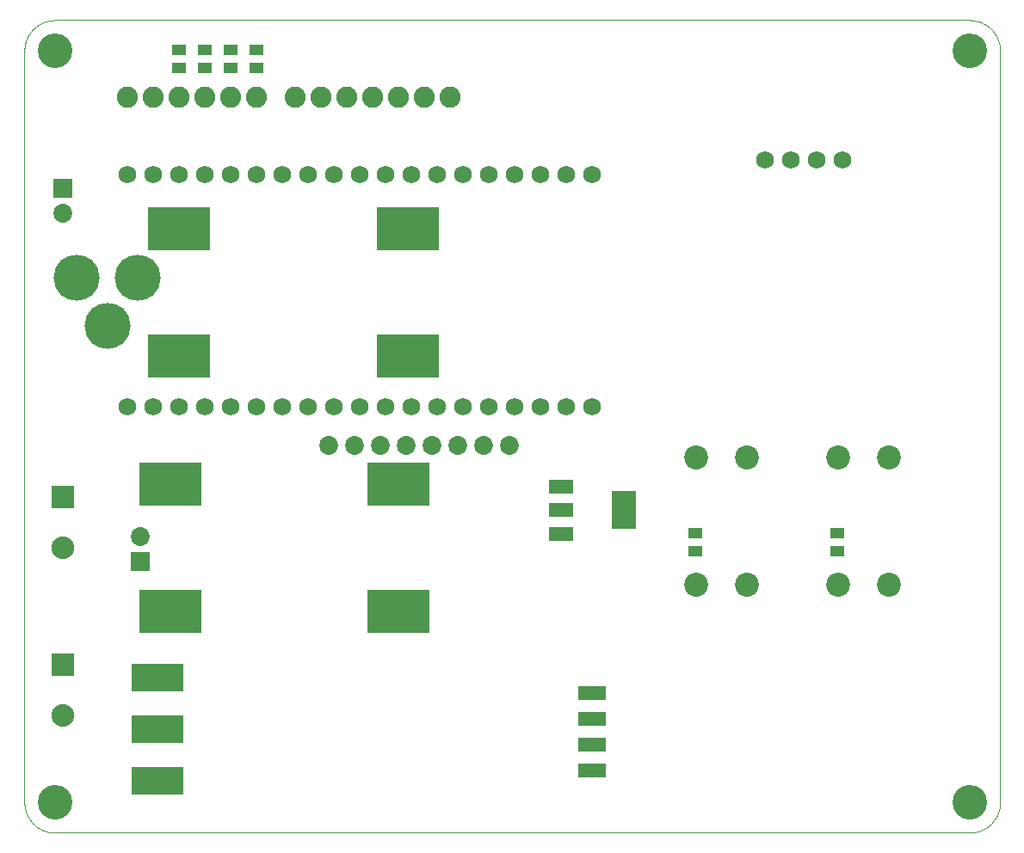
<source format=gbs>
G75*
%MOIN*%
%OFA0B0*%
%FSLAX25Y25*%
%IPPOS*%
%LPD*%
%AMOC8*
5,1,8,0,0,1.08239X$1,22.5*
%
%ADD10C,0.00000*%
%ADD11C,0.13398*%
%ADD12R,0.07300X0.07300*%
%ADD13C,0.07300*%
%ADD14R,0.08800X0.08800*%
%ADD15C,0.08800*%
%ADD16C,0.08200*%
%ADD17R,0.05524X0.03950*%
%ADD18C,0.09300*%
%ADD19C,0.06800*%
%ADD20R,0.24422X0.16548*%
%ADD21R,0.09600X0.05600*%
%ADD22R,0.09461X0.14973*%
%ADD23R,0.10643X0.05800*%
%ADD24R,0.20485X0.10839*%
%ADD25C,0.17800*%
D10*
X0015000Y0012811D02*
X0015000Y0304150D01*
X0020512Y0304150D02*
X0020514Y0304308D01*
X0020520Y0304466D01*
X0020530Y0304624D01*
X0020544Y0304782D01*
X0020562Y0304939D01*
X0020583Y0305096D01*
X0020609Y0305252D01*
X0020639Y0305408D01*
X0020672Y0305563D01*
X0020710Y0305716D01*
X0020751Y0305869D01*
X0020796Y0306021D01*
X0020845Y0306172D01*
X0020898Y0306321D01*
X0020954Y0306469D01*
X0021014Y0306615D01*
X0021078Y0306760D01*
X0021146Y0306903D01*
X0021217Y0307045D01*
X0021291Y0307185D01*
X0021369Y0307322D01*
X0021451Y0307458D01*
X0021535Y0307592D01*
X0021624Y0307723D01*
X0021715Y0307852D01*
X0021810Y0307979D01*
X0021907Y0308104D01*
X0022008Y0308226D01*
X0022112Y0308345D01*
X0022219Y0308462D01*
X0022329Y0308576D01*
X0022442Y0308687D01*
X0022557Y0308796D01*
X0022675Y0308901D01*
X0022796Y0309003D01*
X0022919Y0309103D01*
X0023045Y0309199D01*
X0023173Y0309292D01*
X0023303Y0309382D01*
X0023436Y0309468D01*
X0023571Y0309552D01*
X0023707Y0309631D01*
X0023846Y0309708D01*
X0023987Y0309780D01*
X0024129Y0309850D01*
X0024273Y0309915D01*
X0024419Y0309977D01*
X0024566Y0310035D01*
X0024715Y0310090D01*
X0024865Y0310141D01*
X0025016Y0310188D01*
X0025168Y0310231D01*
X0025321Y0310270D01*
X0025476Y0310306D01*
X0025631Y0310337D01*
X0025787Y0310365D01*
X0025943Y0310389D01*
X0026100Y0310409D01*
X0026258Y0310425D01*
X0026415Y0310437D01*
X0026574Y0310445D01*
X0026732Y0310449D01*
X0026890Y0310449D01*
X0027048Y0310445D01*
X0027207Y0310437D01*
X0027364Y0310425D01*
X0027522Y0310409D01*
X0027679Y0310389D01*
X0027835Y0310365D01*
X0027991Y0310337D01*
X0028146Y0310306D01*
X0028301Y0310270D01*
X0028454Y0310231D01*
X0028606Y0310188D01*
X0028757Y0310141D01*
X0028907Y0310090D01*
X0029056Y0310035D01*
X0029203Y0309977D01*
X0029349Y0309915D01*
X0029493Y0309850D01*
X0029635Y0309780D01*
X0029776Y0309708D01*
X0029915Y0309631D01*
X0030051Y0309552D01*
X0030186Y0309468D01*
X0030319Y0309382D01*
X0030449Y0309292D01*
X0030577Y0309199D01*
X0030703Y0309103D01*
X0030826Y0309003D01*
X0030947Y0308901D01*
X0031065Y0308796D01*
X0031180Y0308687D01*
X0031293Y0308576D01*
X0031403Y0308462D01*
X0031510Y0308345D01*
X0031614Y0308226D01*
X0031715Y0308104D01*
X0031812Y0307979D01*
X0031907Y0307852D01*
X0031998Y0307723D01*
X0032087Y0307592D01*
X0032171Y0307458D01*
X0032253Y0307322D01*
X0032331Y0307185D01*
X0032405Y0307045D01*
X0032476Y0306903D01*
X0032544Y0306760D01*
X0032608Y0306615D01*
X0032668Y0306469D01*
X0032724Y0306321D01*
X0032777Y0306172D01*
X0032826Y0306021D01*
X0032871Y0305869D01*
X0032912Y0305716D01*
X0032950Y0305563D01*
X0032983Y0305408D01*
X0033013Y0305252D01*
X0033039Y0305096D01*
X0033060Y0304939D01*
X0033078Y0304782D01*
X0033092Y0304624D01*
X0033102Y0304466D01*
X0033108Y0304308D01*
X0033110Y0304150D01*
X0033108Y0303992D01*
X0033102Y0303834D01*
X0033092Y0303676D01*
X0033078Y0303518D01*
X0033060Y0303361D01*
X0033039Y0303204D01*
X0033013Y0303048D01*
X0032983Y0302892D01*
X0032950Y0302737D01*
X0032912Y0302584D01*
X0032871Y0302431D01*
X0032826Y0302279D01*
X0032777Y0302128D01*
X0032724Y0301979D01*
X0032668Y0301831D01*
X0032608Y0301685D01*
X0032544Y0301540D01*
X0032476Y0301397D01*
X0032405Y0301255D01*
X0032331Y0301115D01*
X0032253Y0300978D01*
X0032171Y0300842D01*
X0032087Y0300708D01*
X0031998Y0300577D01*
X0031907Y0300448D01*
X0031812Y0300321D01*
X0031715Y0300196D01*
X0031614Y0300074D01*
X0031510Y0299955D01*
X0031403Y0299838D01*
X0031293Y0299724D01*
X0031180Y0299613D01*
X0031065Y0299504D01*
X0030947Y0299399D01*
X0030826Y0299297D01*
X0030703Y0299197D01*
X0030577Y0299101D01*
X0030449Y0299008D01*
X0030319Y0298918D01*
X0030186Y0298832D01*
X0030051Y0298748D01*
X0029915Y0298669D01*
X0029776Y0298592D01*
X0029635Y0298520D01*
X0029493Y0298450D01*
X0029349Y0298385D01*
X0029203Y0298323D01*
X0029056Y0298265D01*
X0028907Y0298210D01*
X0028757Y0298159D01*
X0028606Y0298112D01*
X0028454Y0298069D01*
X0028301Y0298030D01*
X0028146Y0297994D01*
X0027991Y0297963D01*
X0027835Y0297935D01*
X0027679Y0297911D01*
X0027522Y0297891D01*
X0027364Y0297875D01*
X0027207Y0297863D01*
X0027048Y0297855D01*
X0026890Y0297851D01*
X0026732Y0297851D01*
X0026574Y0297855D01*
X0026415Y0297863D01*
X0026258Y0297875D01*
X0026100Y0297891D01*
X0025943Y0297911D01*
X0025787Y0297935D01*
X0025631Y0297963D01*
X0025476Y0297994D01*
X0025321Y0298030D01*
X0025168Y0298069D01*
X0025016Y0298112D01*
X0024865Y0298159D01*
X0024715Y0298210D01*
X0024566Y0298265D01*
X0024419Y0298323D01*
X0024273Y0298385D01*
X0024129Y0298450D01*
X0023987Y0298520D01*
X0023846Y0298592D01*
X0023707Y0298669D01*
X0023571Y0298748D01*
X0023436Y0298832D01*
X0023303Y0298918D01*
X0023173Y0299008D01*
X0023045Y0299101D01*
X0022919Y0299197D01*
X0022796Y0299297D01*
X0022675Y0299399D01*
X0022557Y0299504D01*
X0022442Y0299613D01*
X0022329Y0299724D01*
X0022219Y0299838D01*
X0022112Y0299955D01*
X0022008Y0300074D01*
X0021907Y0300196D01*
X0021810Y0300321D01*
X0021715Y0300448D01*
X0021624Y0300577D01*
X0021535Y0300708D01*
X0021451Y0300842D01*
X0021369Y0300978D01*
X0021291Y0301115D01*
X0021217Y0301255D01*
X0021146Y0301397D01*
X0021078Y0301540D01*
X0021014Y0301685D01*
X0020954Y0301831D01*
X0020898Y0301979D01*
X0020845Y0302128D01*
X0020796Y0302279D01*
X0020751Y0302431D01*
X0020710Y0302584D01*
X0020672Y0302737D01*
X0020639Y0302892D01*
X0020609Y0303048D01*
X0020583Y0303204D01*
X0020562Y0303361D01*
X0020544Y0303518D01*
X0020530Y0303676D01*
X0020520Y0303834D01*
X0020514Y0303992D01*
X0020512Y0304150D01*
X0015000Y0304150D02*
X0015003Y0304435D01*
X0015014Y0304721D01*
X0015031Y0305006D01*
X0015055Y0305290D01*
X0015086Y0305574D01*
X0015124Y0305857D01*
X0015169Y0306138D01*
X0015220Y0306419D01*
X0015278Y0306699D01*
X0015343Y0306977D01*
X0015415Y0307253D01*
X0015493Y0307527D01*
X0015578Y0307800D01*
X0015670Y0308070D01*
X0015768Y0308338D01*
X0015872Y0308604D01*
X0015983Y0308867D01*
X0016100Y0309127D01*
X0016223Y0309385D01*
X0016353Y0309639D01*
X0016489Y0309890D01*
X0016630Y0310138D01*
X0016778Y0310382D01*
X0016931Y0310623D01*
X0017091Y0310859D01*
X0017256Y0311092D01*
X0017426Y0311321D01*
X0017602Y0311546D01*
X0017784Y0311766D01*
X0017970Y0311982D01*
X0018162Y0312193D01*
X0018359Y0312400D01*
X0018561Y0312602D01*
X0018768Y0312799D01*
X0018979Y0312991D01*
X0019195Y0313177D01*
X0019415Y0313359D01*
X0019640Y0313535D01*
X0019869Y0313705D01*
X0020102Y0313870D01*
X0020338Y0314030D01*
X0020579Y0314183D01*
X0020823Y0314331D01*
X0021071Y0314472D01*
X0021322Y0314608D01*
X0021576Y0314738D01*
X0021834Y0314861D01*
X0022094Y0314978D01*
X0022357Y0315089D01*
X0022623Y0315193D01*
X0022891Y0315291D01*
X0023161Y0315383D01*
X0023434Y0315468D01*
X0023708Y0315546D01*
X0023984Y0315618D01*
X0024262Y0315683D01*
X0024542Y0315741D01*
X0024823Y0315792D01*
X0025104Y0315837D01*
X0025387Y0315875D01*
X0025671Y0315906D01*
X0025955Y0315930D01*
X0026240Y0315947D01*
X0026526Y0315958D01*
X0026811Y0315961D01*
X0381142Y0315961D01*
X0374843Y0304150D02*
X0374845Y0304308D01*
X0374851Y0304466D01*
X0374861Y0304624D01*
X0374875Y0304782D01*
X0374893Y0304939D01*
X0374914Y0305096D01*
X0374940Y0305252D01*
X0374970Y0305408D01*
X0375003Y0305563D01*
X0375041Y0305716D01*
X0375082Y0305869D01*
X0375127Y0306021D01*
X0375176Y0306172D01*
X0375229Y0306321D01*
X0375285Y0306469D01*
X0375345Y0306615D01*
X0375409Y0306760D01*
X0375477Y0306903D01*
X0375548Y0307045D01*
X0375622Y0307185D01*
X0375700Y0307322D01*
X0375782Y0307458D01*
X0375866Y0307592D01*
X0375955Y0307723D01*
X0376046Y0307852D01*
X0376141Y0307979D01*
X0376238Y0308104D01*
X0376339Y0308226D01*
X0376443Y0308345D01*
X0376550Y0308462D01*
X0376660Y0308576D01*
X0376773Y0308687D01*
X0376888Y0308796D01*
X0377006Y0308901D01*
X0377127Y0309003D01*
X0377250Y0309103D01*
X0377376Y0309199D01*
X0377504Y0309292D01*
X0377634Y0309382D01*
X0377767Y0309468D01*
X0377902Y0309552D01*
X0378038Y0309631D01*
X0378177Y0309708D01*
X0378318Y0309780D01*
X0378460Y0309850D01*
X0378604Y0309915D01*
X0378750Y0309977D01*
X0378897Y0310035D01*
X0379046Y0310090D01*
X0379196Y0310141D01*
X0379347Y0310188D01*
X0379499Y0310231D01*
X0379652Y0310270D01*
X0379807Y0310306D01*
X0379962Y0310337D01*
X0380118Y0310365D01*
X0380274Y0310389D01*
X0380431Y0310409D01*
X0380589Y0310425D01*
X0380746Y0310437D01*
X0380905Y0310445D01*
X0381063Y0310449D01*
X0381221Y0310449D01*
X0381379Y0310445D01*
X0381538Y0310437D01*
X0381695Y0310425D01*
X0381853Y0310409D01*
X0382010Y0310389D01*
X0382166Y0310365D01*
X0382322Y0310337D01*
X0382477Y0310306D01*
X0382632Y0310270D01*
X0382785Y0310231D01*
X0382937Y0310188D01*
X0383088Y0310141D01*
X0383238Y0310090D01*
X0383387Y0310035D01*
X0383534Y0309977D01*
X0383680Y0309915D01*
X0383824Y0309850D01*
X0383966Y0309780D01*
X0384107Y0309708D01*
X0384246Y0309631D01*
X0384382Y0309552D01*
X0384517Y0309468D01*
X0384650Y0309382D01*
X0384780Y0309292D01*
X0384908Y0309199D01*
X0385034Y0309103D01*
X0385157Y0309003D01*
X0385278Y0308901D01*
X0385396Y0308796D01*
X0385511Y0308687D01*
X0385624Y0308576D01*
X0385734Y0308462D01*
X0385841Y0308345D01*
X0385945Y0308226D01*
X0386046Y0308104D01*
X0386143Y0307979D01*
X0386238Y0307852D01*
X0386329Y0307723D01*
X0386418Y0307592D01*
X0386502Y0307458D01*
X0386584Y0307322D01*
X0386662Y0307185D01*
X0386736Y0307045D01*
X0386807Y0306903D01*
X0386875Y0306760D01*
X0386939Y0306615D01*
X0386999Y0306469D01*
X0387055Y0306321D01*
X0387108Y0306172D01*
X0387157Y0306021D01*
X0387202Y0305869D01*
X0387243Y0305716D01*
X0387281Y0305563D01*
X0387314Y0305408D01*
X0387344Y0305252D01*
X0387370Y0305096D01*
X0387391Y0304939D01*
X0387409Y0304782D01*
X0387423Y0304624D01*
X0387433Y0304466D01*
X0387439Y0304308D01*
X0387441Y0304150D01*
X0387439Y0303992D01*
X0387433Y0303834D01*
X0387423Y0303676D01*
X0387409Y0303518D01*
X0387391Y0303361D01*
X0387370Y0303204D01*
X0387344Y0303048D01*
X0387314Y0302892D01*
X0387281Y0302737D01*
X0387243Y0302584D01*
X0387202Y0302431D01*
X0387157Y0302279D01*
X0387108Y0302128D01*
X0387055Y0301979D01*
X0386999Y0301831D01*
X0386939Y0301685D01*
X0386875Y0301540D01*
X0386807Y0301397D01*
X0386736Y0301255D01*
X0386662Y0301115D01*
X0386584Y0300978D01*
X0386502Y0300842D01*
X0386418Y0300708D01*
X0386329Y0300577D01*
X0386238Y0300448D01*
X0386143Y0300321D01*
X0386046Y0300196D01*
X0385945Y0300074D01*
X0385841Y0299955D01*
X0385734Y0299838D01*
X0385624Y0299724D01*
X0385511Y0299613D01*
X0385396Y0299504D01*
X0385278Y0299399D01*
X0385157Y0299297D01*
X0385034Y0299197D01*
X0384908Y0299101D01*
X0384780Y0299008D01*
X0384650Y0298918D01*
X0384517Y0298832D01*
X0384382Y0298748D01*
X0384246Y0298669D01*
X0384107Y0298592D01*
X0383966Y0298520D01*
X0383824Y0298450D01*
X0383680Y0298385D01*
X0383534Y0298323D01*
X0383387Y0298265D01*
X0383238Y0298210D01*
X0383088Y0298159D01*
X0382937Y0298112D01*
X0382785Y0298069D01*
X0382632Y0298030D01*
X0382477Y0297994D01*
X0382322Y0297963D01*
X0382166Y0297935D01*
X0382010Y0297911D01*
X0381853Y0297891D01*
X0381695Y0297875D01*
X0381538Y0297863D01*
X0381379Y0297855D01*
X0381221Y0297851D01*
X0381063Y0297851D01*
X0380905Y0297855D01*
X0380746Y0297863D01*
X0380589Y0297875D01*
X0380431Y0297891D01*
X0380274Y0297911D01*
X0380118Y0297935D01*
X0379962Y0297963D01*
X0379807Y0297994D01*
X0379652Y0298030D01*
X0379499Y0298069D01*
X0379347Y0298112D01*
X0379196Y0298159D01*
X0379046Y0298210D01*
X0378897Y0298265D01*
X0378750Y0298323D01*
X0378604Y0298385D01*
X0378460Y0298450D01*
X0378318Y0298520D01*
X0378177Y0298592D01*
X0378038Y0298669D01*
X0377902Y0298748D01*
X0377767Y0298832D01*
X0377634Y0298918D01*
X0377504Y0299008D01*
X0377376Y0299101D01*
X0377250Y0299197D01*
X0377127Y0299297D01*
X0377006Y0299399D01*
X0376888Y0299504D01*
X0376773Y0299613D01*
X0376660Y0299724D01*
X0376550Y0299838D01*
X0376443Y0299955D01*
X0376339Y0300074D01*
X0376238Y0300196D01*
X0376141Y0300321D01*
X0376046Y0300448D01*
X0375955Y0300577D01*
X0375866Y0300708D01*
X0375782Y0300842D01*
X0375700Y0300978D01*
X0375622Y0301115D01*
X0375548Y0301255D01*
X0375477Y0301397D01*
X0375409Y0301540D01*
X0375345Y0301685D01*
X0375285Y0301831D01*
X0375229Y0301979D01*
X0375176Y0302128D01*
X0375127Y0302279D01*
X0375082Y0302431D01*
X0375041Y0302584D01*
X0375003Y0302737D01*
X0374970Y0302892D01*
X0374940Y0303048D01*
X0374914Y0303204D01*
X0374893Y0303361D01*
X0374875Y0303518D01*
X0374861Y0303676D01*
X0374851Y0303834D01*
X0374845Y0303992D01*
X0374843Y0304150D01*
X0381142Y0315961D02*
X0381427Y0315958D01*
X0381713Y0315947D01*
X0381998Y0315930D01*
X0382282Y0315906D01*
X0382566Y0315875D01*
X0382849Y0315837D01*
X0383130Y0315792D01*
X0383411Y0315741D01*
X0383691Y0315683D01*
X0383969Y0315618D01*
X0384245Y0315546D01*
X0384519Y0315468D01*
X0384792Y0315383D01*
X0385062Y0315291D01*
X0385330Y0315193D01*
X0385596Y0315089D01*
X0385859Y0314978D01*
X0386119Y0314861D01*
X0386377Y0314738D01*
X0386631Y0314608D01*
X0386882Y0314472D01*
X0387130Y0314331D01*
X0387374Y0314183D01*
X0387615Y0314030D01*
X0387851Y0313870D01*
X0388084Y0313705D01*
X0388313Y0313535D01*
X0388538Y0313359D01*
X0388758Y0313177D01*
X0388974Y0312991D01*
X0389185Y0312799D01*
X0389392Y0312602D01*
X0389594Y0312400D01*
X0389791Y0312193D01*
X0389983Y0311982D01*
X0390169Y0311766D01*
X0390351Y0311546D01*
X0390527Y0311321D01*
X0390697Y0311092D01*
X0390862Y0310859D01*
X0391022Y0310623D01*
X0391175Y0310382D01*
X0391323Y0310138D01*
X0391464Y0309890D01*
X0391600Y0309639D01*
X0391730Y0309385D01*
X0391853Y0309127D01*
X0391970Y0308867D01*
X0392081Y0308604D01*
X0392185Y0308338D01*
X0392283Y0308070D01*
X0392375Y0307800D01*
X0392460Y0307527D01*
X0392538Y0307253D01*
X0392610Y0306977D01*
X0392675Y0306699D01*
X0392733Y0306419D01*
X0392784Y0306138D01*
X0392829Y0305857D01*
X0392867Y0305574D01*
X0392898Y0305290D01*
X0392922Y0305006D01*
X0392939Y0304721D01*
X0392950Y0304435D01*
X0392953Y0304150D01*
X0392953Y0012811D01*
X0374843Y0012811D02*
X0374845Y0012969D01*
X0374851Y0013127D01*
X0374861Y0013285D01*
X0374875Y0013443D01*
X0374893Y0013600D01*
X0374914Y0013757D01*
X0374940Y0013913D01*
X0374970Y0014069D01*
X0375003Y0014224D01*
X0375041Y0014377D01*
X0375082Y0014530D01*
X0375127Y0014682D01*
X0375176Y0014833D01*
X0375229Y0014982D01*
X0375285Y0015130D01*
X0375345Y0015276D01*
X0375409Y0015421D01*
X0375477Y0015564D01*
X0375548Y0015706D01*
X0375622Y0015846D01*
X0375700Y0015983D01*
X0375782Y0016119D01*
X0375866Y0016253D01*
X0375955Y0016384D01*
X0376046Y0016513D01*
X0376141Y0016640D01*
X0376238Y0016765D01*
X0376339Y0016887D01*
X0376443Y0017006D01*
X0376550Y0017123D01*
X0376660Y0017237D01*
X0376773Y0017348D01*
X0376888Y0017457D01*
X0377006Y0017562D01*
X0377127Y0017664D01*
X0377250Y0017764D01*
X0377376Y0017860D01*
X0377504Y0017953D01*
X0377634Y0018043D01*
X0377767Y0018129D01*
X0377902Y0018213D01*
X0378038Y0018292D01*
X0378177Y0018369D01*
X0378318Y0018441D01*
X0378460Y0018511D01*
X0378604Y0018576D01*
X0378750Y0018638D01*
X0378897Y0018696D01*
X0379046Y0018751D01*
X0379196Y0018802D01*
X0379347Y0018849D01*
X0379499Y0018892D01*
X0379652Y0018931D01*
X0379807Y0018967D01*
X0379962Y0018998D01*
X0380118Y0019026D01*
X0380274Y0019050D01*
X0380431Y0019070D01*
X0380589Y0019086D01*
X0380746Y0019098D01*
X0380905Y0019106D01*
X0381063Y0019110D01*
X0381221Y0019110D01*
X0381379Y0019106D01*
X0381538Y0019098D01*
X0381695Y0019086D01*
X0381853Y0019070D01*
X0382010Y0019050D01*
X0382166Y0019026D01*
X0382322Y0018998D01*
X0382477Y0018967D01*
X0382632Y0018931D01*
X0382785Y0018892D01*
X0382937Y0018849D01*
X0383088Y0018802D01*
X0383238Y0018751D01*
X0383387Y0018696D01*
X0383534Y0018638D01*
X0383680Y0018576D01*
X0383824Y0018511D01*
X0383966Y0018441D01*
X0384107Y0018369D01*
X0384246Y0018292D01*
X0384382Y0018213D01*
X0384517Y0018129D01*
X0384650Y0018043D01*
X0384780Y0017953D01*
X0384908Y0017860D01*
X0385034Y0017764D01*
X0385157Y0017664D01*
X0385278Y0017562D01*
X0385396Y0017457D01*
X0385511Y0017348D01*
X0385624Y0017237D01*
X0385734Y0017123D01*
X0385841Y0017006D01*
X0385945Y0016887D01*
X0386046Y0016765D01*
X0386143Y0016640D01*
X0386238Y0016513D01*
X0386329Y0016384D01*
X0386418Y0016253D01*
X0386502Y0016119D01*
X0386584Y0015983D01*
X0386662Y0015846D01*
X0386736Y0015706D01*
X0386807Y0015564D01*
X0386875Y0015421D01*
X0386939Y0015276D01*
X0386999Y0015130D01*
X0387055Y0014982D01*
X0387108Y0014833D01*
X0387157Y0014682D01*
X0387202Y0014530D01*
X0387243Y0014377D01*
X0387281Y0014224D01*
X0387314Y0014069D01*
X0387344Y0013913D01*
X0387370Y0013757D01*
X0387391Y0013600D01*
X0387409Y0013443D01*
X0387423Y0013285D01*
X0387433Y0013127D01*
X0387439Y0012969D01*
X0387441Y0012811D01*
X0387439Y0012653D01*
X0387433Y0012495D01*
X0387423Y0012337D01*
X0387409Y0012179D01*
X0387391Y0012022D01*
X0387370Y0011865D01*
X0387344Y0011709D01*
X0387314Y0011553D01*
X0387281Y0011398D01*
X0387243Y0011245D01*
X0387202Y0011092D01*
X0387157Y0010940D01*
X0387108Y0010789D01*
X0387055Y0010640D01*
X0386999Y0010492D01*
X0386939Y0010346D01*
X0386875Y0010201D01*
X0386807Y0010058D01*
X0386736Y0009916D01*
X0386662Y0009776D01*
X0386584Y0009639D01*
X0386502Y0009503D01*
X0386418Y0009369D01*
X0386329Y0009238D01*
X0386238Y0009109D01*
X0386143Y0008982D01*
X0386046Y0008857D01*
X0385945Y0008735D01*
X0385841Y0008616D01*
X0385734Y0008499D01*
X0385624Y0008385D01*
X0385511Y0008274D01*
X0385396Y0008165D01*
X0385278Y0008060D01*
X0385157Y0007958D01*
X0385034Y0007858D01*
X0384908Y0007762D01*
X0384780Y0007669D01*
X0384650Y0007579D01*
X0384517Y0007493D01*
X0384382Y0007409D01*
X0384246Y0007330D01*
X0384107Y0007253D01*
X0383966Y0007181D01*
X0383824Y0007111D01*
X0383680Y0007046D01*
X0383534Y0006984D01*
X0383387Y0006926D01*
X0383238Y0006871D01*
X0383088Y0006820D01*
X0382937Y0006773D01*
X0382785Y0006730D01*
X0382632Y0006691D01*
X0382477Y0006655D01*
X0382322Y0006624D01*
X0382166Y0006596D01*
X0382010Y0006572D01*
X0381853Y0006552D01*
X0381695Y0006536D01*
X0381538Y0006524D01*
X0381379Y0006516D01*
X0381221Y0006512D01*
X0381063Y0006512D01*
X0380905Y0006516D01*
X0380746Y0006524D01*
X0380589Y0006536D01*
X0380431Y0006552D01*
X0380274Y0006572D01*
X0380118Y0006596D01*
X0379962Y0006624D01*
X0379807Y0006655D01*
X0379652Y0006691D01*
X0379499Y0006730D01*
X0379347Y0006773D01*
X0379196Y0006820D01*
X0379046Y0006871D01*
X0378897Y0006926D01*
X0378750Y0006984D01*
X0378604Y0007046D01*
X0378460Y0007111D01*
X0378318Y0007181D01*
X0378177Y0007253D01*
X0378038Y0007330D01*
X0377902Y0007409D01*
X0377767Y0007493D01*
X0377634Y0007579D01*
X0377504Y0007669D01*
X0377376Y0007762D01*
X0377250Y0007858D01*
X0377127Y0007958D01*
X0377006Y0008060D01*
X0376888Y0008165D01*
X0376773Y0008274D01*
X0376660Y0008385D01*
X0376550Y0008499D01*
X0376443Y0008616D01*
X0376339Y0008735D01*
X0376238Y0008857D01*
X0376141Y0008982D01*
X0376046Y0009109D01*
X0375955Y0009238D01*
X0375866Y0009369D01*
X0375782Y0009503D01*
X0375700Y0009639D01*
X0375622Y0009776D01*
X0375548Y0009916D01*
X0375477Y0010058D01*
X0375409Y0010201D01*
X0375345Y0010346D01*
X0375285Y0010492D01*
X0375229Y0010640D01*
X0375176Y0010789D01*
X0375127Y0010940D01*
X0375082Y0011092D01*
X0375041Y0011245D01*
X0375003Y0011398D01*
X0374970Y0011553D01*
X0374940Y0011709D01*
X0374914Y0011865D01*
X0374893Y0012022D01*
X0374875Y0012179D01*
X0374861Y0012337D01*
X0374851Y0012495D01*
X0374845Y0012653D01*
X0374843Y0012811D01*
X0381142Y0001000D02*
X0381427Y0001003D01*
X0381713Y0001014D01*
X0381998Y0001031D01*
X0382282Y0001055D01*
X0382566Y0001086D01*
X0382849Y0001124D01*
X0383130Y0001169D01*
X0383411Y0001220D01*
X0383691Y0001278D01*
X0383969Y0001343D01*
X0384245Y0001415D01*
X0384519Y0001493D01*
X0384792Y0001578D01*
X0385062Y0001670D01*
X0385330Y0001768D01*
X0385596Y0001872D01*
X0385859Y0001983D01*
X0386119Y0002100D01*
X0386377Y0002223D01*
X0386631Y0002353D01*
X0386882Y0002489D01*
X0387130Y0002630D01*
X0387374Y0002778D01*
X0387615Y0002931D01*
X0387851Y0003091D01*
X0388084Y0003256D01*
X0388313Y0003426D01*
X0388538Y0003602D01*
X0388758Y0003784D01*
X0388974Y0003970D01*
X0389185Y0004162D01*
X0389392Y0004359D01*
X0389594Y0004561D01*
X0389791Y0004768D01*
X0389983Y0004979D01*
X0390169Y0005195D01*
X0390351Y0005415D01*
X0390527Y0005640D01*
X0390697Y0005869D01*
X0390862Y0006102D01*
X0391022Y0006338D01*
X0391175Y0006579D01*
X0391323Y0006823D01*
X0391464Y0007071D01*
X0391600Y0007322D01*
X0391730Y0007576D01*
X0391853Y0007834D01*
X0391970Y0008094D01*
X0392081Y0008357D01*
X0392185Y0008623D01*
X0392283Y0008891D01*
X0392375Y0009161D01*
X0392460Y0009434D01*
X0392538Y0009708D01*
X0392610Y0009984D01*
X0392675Y0010262D01*
X0392733Y0010542D01*
X0392784Y0010823D01*
X0392829Y0011104D01*
X0392867Y0011387D01*
X0392898Y0011671D01*
X0392922Y0011955D01*
X0392939Y0012240D01*
X0392950Y0012526D01*
X0392953Y0012811D01*
X0381142Y0001000D02*
X0026811Y0001000D01*
X0020512Y0012811D02*
X0020514Y0012969D01*
X0020520Y0013127D01*
X0020530Y0013285D01*
X0020544Y0013443D01*
X0020562Y0013600D01*
X0020583Y0013757D01*
X0020609Y0013913D01*
X0020639Y0014069D01*
X0020672Y0014224D01*
X0020710Y0014377D01*
X0020751Y0014530D01*
X0020796Y0014682D01*
X0020845Y0014833D01*
X0020898Y0014982D01*
X0020954Y0015130D01*
X0021014Y0015276D01*
X0021078Y0015421D01*
X0021146Y0015564D01*
X0021217Y0015706D01*
X0021291Y0015846D01*
X0021369Y0015983D01*
X0021451Y0016119D01*
X0021535Y0016253D01*
X0021624Y0016384D01*
X0021715Y0016513D01*
X0021810Y0016640D01*
X0021907Y0016765D01*
X0022008Y0016887D01*
X0022112Y0017006D01*
X0022219Y0017123D01*
X0022329Y0017237D01*
X0022442Y0017348D01*
X0022557Y0017457D01*
X0022675Y0017562D01*
X0022796Y0017664D01*
X0022919Y0017764D01*
X0023045Y0017860D01*
X0023173Y0017953D01*
X0023303Y0018043D01*
X0023436Y0018129D01*
X0023571Y0018213D01*
X0023707Y0018292D01*
X0023846Y0018369D01*
X0023987Y0018441D01*
X0024129Y0018511D01*
X0024273Y0018576D01*
X0024419Y0018638D01*
X0024566Y0018696D01*
X0024715Y0018751D01*
X0024865Y0018802D01*
X0025016Y0018849D01*
X0025168Y0018892D01*
X0025321Y0018931D01*
X0025476Y0018967D01*
X0025631Y0018998D01*
X0025787Y0019026D01*
X0025943Y0019050D01*
X0026100Y0019070D01*
X0026258Y0019086D01*
X0026415Y0019098D01*
X0026574Y0019106D01*
X0026732Y0019110D01*
X0026890Y0019110D01*
X0027048Y0019106D01*
X0027207Y0019098D01*
X0027364Y0019086D01*
X0027522Y0019070D01*
X0027679Y0019050D01*
X0027835Y0019026D01*
X0027991Y0018998D01*
X0028146Y0018967D01*
X0028301Y0018931D01*
X0028454Y0018892D01*
X0028606Y0018849D01*
X0028757Y0018802D01*
X0028907Y0018751D01*
X0029056Y0018696D01*
X0029203Y0018638D01*
X0029349Y0018576D01*
X0029493Y0018511D01*
X0029635Y0018441D01*
X0029776Y0018369D01*
X0029915Y0018292D01*
X0030051Y0018213D01*
X0030186Y0018129D01*
X0030319Y0018043D01*
X0030449Y0017953D01*
X0030577Y0017860D01*
X0030703Y0017764D01*
X0030826Y0017664D01*
X0030947Y0017562D01*
X0031065Y0017457D01*
X0031180Y0017348D01*
X0031293Y0017237D01*
X0031403Y0017123D01*
X0031510Y0017006D01*
X0031614Y0016887D01*
X0031715Y0016765D01*
X0031812Y0016640D01*
X0031907Y0016513D01*
X0031998Y0016384D01*
X0032087Y0016253D01*
X0032171Y0016119D01*
X0032253Y0015983D01*
X0032331Y0015846D01*
X0032405Y0015706D01*
X0032476Y0015564D01*
X0032544Y0015421D01*
X0032608Y0015276D01*
X0032668Y0015130D01*
X0032724Y0014982D01*
X0032777Y0014833D01*
X0032826Y0014682D01*
X0032871Y0014530D01*
X0032912Y0014377D01*
X0032950Y0014224D01*
X0032983Y0014069D01*
X0033013Y0013913D01*
X0033039Y0013757D01*
X0033060Y0013600D01*
X0033078Y0013443D01*
X0033092Y0013285D01*
X0033102Y0013127D01*
X0033108Y0012969D01*
X0033110Y0012811D01*
X0033108Y0012653D01*
X0033102Y0012495D01*
X0033092Y0012337D01*
X0033078Y0012179D01*
X0033060Y0012022D01*
X0033039Y0011865D01*
X0033013Y0011709D01*
X0032983Y0011553D01*
X0032950Y0011398D01*
X0032912Y0011245D01*
X0032871Y0011092D01*
X0032826Y0010940D01*
X0032777Y0010789D01*
X0032724Y0010640D01*
X0032668Y0010492D01*
X0032608Y0010346D01*
X0032544Y0010201D01*
X0032476Y0010058D01*
X0032405Y0009916D01*
X0032331Y0009776D01*
X0032253Y0009639D01*
X0032171Y0009503D01*
X0032087Y0009369D01*
X0031998Y0009238D01*
X0031907Y0009109D01*
X0031812Y0008982D01*
X0031715Y0008857D01*
X0031614Y0008735D01*
X0031510Y0008616D01*
X0031403Y0008499D01*
X0031293Y0008385D01*
X0031180Y0008274D01*
X0031065Y0008165D01*
X0030947Y0008060D01*
X0030826Y0007958D01*
X0030703Y0007858D01*
X0030577Y0007762D01*
X0030449Y0007669D01*
X0030319Y0007579D01*
X0030186Y0007493D01*
X0030051Y0007409D01*
X0029915Y0007330D01*
X0029776Y0007253D01*
X0029635Y0007181D01*
X0029493Y0007111D01*
X0029349Y0007046D01*
X0029203Y0006984D01*
X0029056Y0006926D01*
X0028907Y0006871D01*
X0028757Y0006820D01*
X0028606Y0006773D01*
X0028454Y0006730D01*
X0028301Y0006691D01*
X0028146Y0006655D01*
X0027991Y0006624D01*
X0027835Y0006596D01*
X0027679Y0006572D01*
X0027522Y0006552D01*
X0027364Y0006536D01*
X0027207Y0006524D01*
X0027048Y0006516D01*
X0026890Y0006512D01*
X0026732Y0006512D01*
X0026574Y0006516D01*
X0026415Y0006524D01*
X0026258Y0006536D01*
X0026100Y0006552D01*
X0025943Y0006572D01*
X0025787Y0006596D01*
X0025631Y0006624D01*
X0025476Y0006655D01*
X0025321Y0006691D01*
X0025168Y0006730D01*
X0025016Y0006773D01*
X0024865Y0006820D01*
X0024715Y0006871D01*
X0024566Y0006926D01*
X0024419Y0006984D01*
X0024273Y0007046D01*
X0024129Y0007111D01*
X0023987Y0007181D01*
X0023846Y0007253D01*
X0023707Y0007330D01*
X0023571Y0007409D01*
X0023436Y0007493D01*
X0023303Y0007579D01*
X0023173Y0007669D01*
X0023045Y0007762D01*
X0022919Y0007858D01*
X0022796Y0007958D01*
X0022675Y0008060D01*
X0022557Y0008165D01*
X0022442Y0008274D01*
X0022329Y0008385D01*
X0022219Y0008499D01*
X0022112Y0008616D01*
X0022008Y0008735D01*
X0021907Y0008857D01*
X0021810Y0008982D01*
X0021715Y0009109D01*
X0021624Y0009238D01*
X0021535Y0009369D01*
X0021451Y0009503D01*
X0021369Y0009639D01*
X0021291Y0009776D01*
X0021217Y0009916D01*
X0021146Y0010058D01*
X0021078Y0010201D01*
X0021014Y0010346D01*
X0020954Y0010492D01*
X0020898Y0010640D01*
X0020845Y0010789D01*
X0020796Y0010940D01*
X0020751Y0011092D01*
X0020710Y0011245D01*
X0020672Y0011398D01*
X0020639Y0011553D01*
X0020609Y0011709D01*
X0020583Y0011865D01*
X0020562Y0012022D01*
X0020544Y0012179D01*
X0020530Y0012337D01*
X0020520Y0012495D01*
X0020514Y0012653D01*
X0020512Y0012811D01*
X0015000Y0012811D02*
X0015003Y0012526D01*
X0015014Y0012240D01*
X0015031Y0011955D01*
X0015055Y0011671D01*
X0015086Y0011387D01*
X0015124Y0011104D01*
X0015169Y0010823D01*
X0015220Y0010542D01*
X0015278Y0010262D01*
X0015343Y0009984D01*
X0015415Y0009708D01*
X0015493Y0009434D01*
X0015578Y0009161D01*
X0015670Y0008891D01*
X0015768Y0008623D01*
X0015872Y0008357D01*
X0015983Y0008094D01*
X0016100Y0007834D01*
X0016223Y0007576D01*
X0016353Y0007322D01*
X0016489Y0007071D01*
X0016630Y0006823D01*
X0016778Y0006579D01*
X0016931Y0006338D01*
X0017091Y0006102D01*
X0017256Y0005869D01*
X0017426Y0005640D01*
X0017602Y0005415D01*
X0017784Y0005195D01*
X0017970Y0004979D01*
X0018162Y0004768D01*
X0018359Y0004561D01*
X0018561Y0004359D01*
X0018768Y0004162D01*
X0018979Y0003970D01*
X0019195Y0003784D01*
X0019415Y0003602D01*
X0019640Y0003426D01*
X0019869Y0003256D01*
X0020102Y0003091D01*
X0020338Y0002931D01*
X0020579Y0002778D01*
X0020823Y0002630D01*
X0021071Y0002489D01*
X0021322Y0002353D01*
X0021576Y0002223D01*
X0021834Y0002100D01*
X0022094Y0001983D01*
X0022357Y0001872D01*
X0022623Y0001768D01*
X0022891Y0001670D01*
X0023161Y0001578D01*
X0023434Y0001493D01*
X0023708Y0001415D01*
X0023984Y0001343D01*
X0024262Y0001278D01*
X0024542Y0001220D01*
X0024823Y0001169D01*
X0025104Y0001124D01*
X0025387Y0001086D01*
X0025671Y0001055D01*
X0025955Y0001031D01*
X0026240Y0001014D01*
X0026526Y0001003D01*
X0026811Y0001000D01*
D11*
X0026811Y0012811D03*
X0381142Y0012811D03*
X0381142Y0304150D03*
X0026811Y0304150D03*
D12*
X0030000Y0250921D03*
X0060000Y0106079D03*
D13*
X0060000Y0115921D03*
X0132874Y0151000D03*
X0142874Y0151000D03*
X0152874Y0151000D03*
X0162874Y0151000D03*
X0172874Y0151000D03*
X0182874Y0151000D03*
X0192874Y0151000D03*
X0202874Y0151000D03*
X0030000Y0241079D03*
D14*
X0030000Y0131000D03*
X0030000Y0066000D03*
D15*
X0030000Y0046315D03*
X0030000Y0111315D03*
D16*
X0055000Y0286000D03*
X0065000Y0286000D03*
X0075000Y0286000D03*
X0085000Y0286000D03*
X0095000Y0286000D03*
X0105000Y0286000D03*
X0120000Y0286000D03*
X0130000Y0286000D03*
X0140000Y0286000D03*
X0150000Y0286000D03*
X0160000Y0286000D03*
X0170000Y0286000D03*
X0180000Y0286000D03*
D17*
X0105000Y0297457D03*
X0095000Y0297457D03*
X0095000Y0304543D03*
X0105000Y0304543D03*
X0085000Y0304543D03*
X0075000Y0304543D03*
X0075000Y0297457D03*
X0085000Y0297457D03*
X0275000Y0117220D03*
X0275000Y0110134D03*
X0330000Y0110134D03*
X0330000Y0117220D03*
D18*
X0330157Y0097102D03*
X0349843Y0097102D03*
X0294843Y0097102D03*
X0275157Y0097102D03*
X0275157Y0146315D03*
X0294843Y0146315D03*
X0330157Y0146315D03*
X0349843Y0146315D03*
D19*
X0235000Y0166000D03*
X0225000Y0166000D03*
X0215000Y0166000D03*
X0205000Y0166000D03*
X0195000Y0166000D03*
X0185000Y0166000D03*
X0175000Y0166000D03*
X0165000Y0166000D03*
X0155000Y0166000D03*
X0145000Y0166000D03*
X0135000Y0166000D03*
X0125000Y0166000D03*
X0115000Y0166000D03*
X0105000Y0166000D03*
X0095000Y0166000D03*
X0085000Y0166000D03*
X0075000Y0166000D03*
X0065000Y0166000D03*
X0055000Y0166000D03*
X0055000Y0256000D03*
X0065000Y0256000D03*
X0075000Y0256000D03*
X0085000Y0256000D03*
X0095000Y0256000D03*
X0105000Y0256000D03*
X0115000Y0256000D03*
X0125000Y0256000D03*
X0135000Y0256000D03*
X0145000Y0256000D03*
X0155000Y0256000D03*
X0165000Y0256000D03*
X0175000Y0256000D03*
X0185000Y0256000D03*
X0195000Y0256000D03*
X0205000Y0256000D03*
X0215000Y0256000D03*
X0225000Y0256000D03*
X0235000Y0256000D03*
X0301969Y0261709D03*
X0311969Y0261709D03*
X0321969Y0261709D03*
X0331969Y0261709D03*
D20*
X0163583Y0235055D03*
X0163583Y0185843D03*
X0160000Y0136157D03*
X0160000Y0086945D03*
X0071417Y0086945D03*
X0071417Y0136157D03*
X0075000Y0185843D03*
X0075000Y0235055D03*
D21*
X0222800Y0135100D03*
X0222800Y0126000D03*
X0222800Y0116900D03*
D22*
X0247201Y0126000D03*
D23*
X0235000Y0055016D03*
X0235000Y0045016D03*
X0235000Y0035016D03*
X0235000Y0025016D03*
D24*
X0066496Y0021000D03*
X0066496Y0041000D03*
X0066496Y0061000D03*
D25*
X0047126Y0197496D03*
X0058937Y0216000D03*
X0035315Y0216000D03*
M02*

</source>
